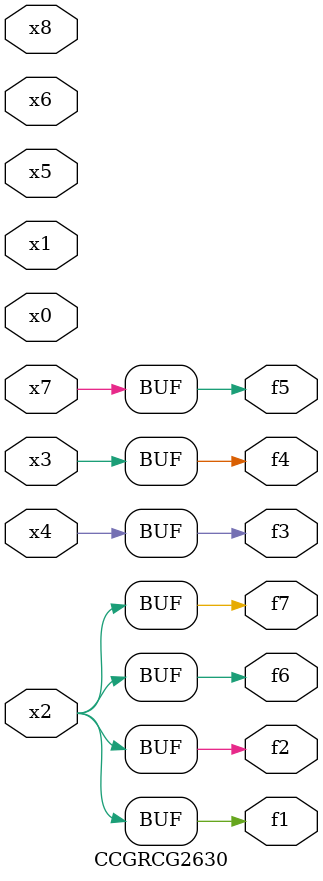
<source format=v>
module CCGRCG2630(
	input x0, x1, x2, x3, x4, x5, x6, x7, x8,
	output f1, f2, f3, f4, f5, f6, f7
);
	assign f1 = x2;
	assign f2 = x2;
	assign f3 = x4;
	assign f4 = x3;
	assign f5 = x7;
	assign f6 = x2;
	assign f7 = x2;
endmodule

</source>
